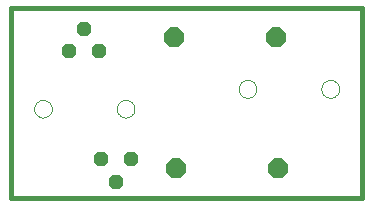
<source format=gko>
G75*
%MOIN*%
%OFA0B0*%
%FSLAX24Y24*%
%IPPOS*%
%LPD*%
%AMOC8*
5,1,8,0,0,1.08239X$1,22.5*
%
%ADD10C,0.0160*%
%ADD11C,0.0000*%
%ADD12OC8,0.0480*%
%ADD13OC8,0.0660*%
D10*
X001432Y000382D02*
X001432Y006721D01*
X013125Y006721D01*
X013125Y000382D01*
X001432Y000382D01*
D11*
X002192Y003347D02*
X002194Y003381D01*
X002200Y003415D01*
X002210Y003448D01*
X002223Y003479D01*
X002241Y003509D01*
X002261Y003537D01*
X002285Y003562D01*
X002311Y003584D01*
X002339Y003602D01*
X002370Y003618D01*
X002402Y003630D01*
X002436Y003638D01*
X002470Y003642D01*
X002504Y003642D01*
X002538Y003638D01*
X002572Y003630D01*
X002604Y003618D01*
X002634Y003602D01*
X002663Y003584D01*
X002689Y003562D01*
X002713Y003537D01*
X002733Y003509D01*
X002751Y003479D01*
X002764Y003448D01*
X002774Y003415D01*
X002780Y003381D01*
X002782Y003347D01*
X002780Y003313D01*
X002774Y003279D01*
X002764Y003246D01*
X002751Y003215D01*
X002733Y003185D01*
X002713Y003157D01*
X002689Y003132D01*
X002663Y003110D01*
X002635Y003092D01*
X002604Y003076D01*
X002572Y003064D01*
X002538Y003056D01*
X002504Y003052D01*
X002470Y003052D01*
X002436Y003056D01*
X002402Y003064D01*
X002370Y003076D01*
X002339Y003092D01*
X002311Y003110D01*
X002285Y003132D01*
X002261Y003157D01*
X002241Y003185D01*
X002223Y003215D01*
X002210Y003246D01*
X002200Y003279D01*
X002194Y003313D01*
X002192Y003347D01*
X004948Y003347D02*
X004950Y003381D01*
X004956Y003415D01*
X004966Y003448D01*
X004979Y003479D01*
X004997Y003509D01*
X005017Y003537D01*
X005041Y003562D01*
X005067Y003584D01*
X005095Y003602D01*
X005126Y003618D01*
X005158Y003630D01*
X005192Y003638D01*
X005226Y003642D01*
X005260Y003642D01*
X005294Y003638D01*
X005328Y003630D01*
X005360Y003618D01*
X005390Y003602D01*
X005419Y003584D01*
X005445Y003562D01*
X005469Y003537D01*
X005489Y003509D01*
X005507Y003479D01*
X005520Y003448D01*
X005530Y003415D01*
X005536Y003381D01*
X005538Y003347D01*
X005536Y003313D01*
X005530Y003279D01*
X005520Y003246D01*
X005507Y003215D01*
X005489Y003185D01*
X005469Y003157D01*
X005445Y003132D01*
X005419Y003110D01*
X005391Y003092D01*
X005360Y003076D01*
X005328Y003064D01*
X005294Y003056D01*
X005260Y003052D01*
X005226Y003052D01*
X005192Y003056D01*
X005158Y003064D01*
X005126Y003076D01*
X005095Y003092D01*
X005067Y003110D01*
X005041Y003132D01*
X005017Y003157D01*
X004997Y003185D01*
X004979Y003215D01*
X004966Y003246D01*
X004956Y003279D01*
X004950Y003313D01*
X004948Y003347D01*
X009011Y004008D02*
X009013Y004042D01*
X009019Y004076D01*
X009029Y004109D01*
X009042Y004140D01*
X009060Y004170D01*
X009080Y004198D01*
X009104Y004223D01*
X009130Y004245D01*
X009158Y004263D01*
X009189Y004279D01*
X009221Y004291D01*
X009255Y004299D01*
X009289Y004303D01*
X009323Y004303D01*
X009357Y004299D01*
X009391Y004291D01*
X009423Y004279D01*
X009453Y004263D01*
X009482Y004245D01*
X009508Y004223D01*
X009532Y004198D01*
X009552Y004170D01*
X009570Y004140D01*
X009583Y004109D01*
X009593Y004076D01*
X009599Y004042D01*
X009601Y004008D01*
X009599Y003974D01*
X009593Y003940D01*
X009583Y003907D01*
X009570Y003876D01*
X009552Y003846D01*
X009532Y003818D01*
X009508Y003793D01*
X009482Y003771D01*
X009454Y003753D01*
X009423Y003737D01*
X009391Y003725D01*
X009357Y003717D01*
X009323Y003713D01*
X009289Y003713D01*
X009255Y003717D01*
X009221Y003725D01*
X009189Y003737D01*
X009158Y003753D01*
X009130Y003771D01*
X009104Y003793D01*
X009080Y003818D01*
X009060Y003846D01*
X009042Y003876D01*
X009029Y003907D01*
X009019Y003940D01*
X009013Y003974D01*
X009011Y004008D01*
X011767Y004008D02*
X011769Y004042D01*
X011775Y004076D01*
X011785Y004109D01*
X011798Y004140D01*
X011816Y004170D01*
X011836Y004198D01*
X011860Y004223D01*
X011886Y004245D01*
X011914Y004263D01*
X011945Y004279D01*
X011977Y004291D01*
X012011Y004299D01*
X012045Y004303D01*
X012079Y004303D01*
X012113Y004299D01*
X012147Y004291D01*
X012179Y004279D01*
X012209Y004263D01*
X012238Y004245D01*
X012264Y004223D01*
X012288Y004198D01*
X012308Y004170D01*
X012326Y004140D01*
X012339Y004109D01*
X012349Y004076D01*
X012355Y004042D01*
X012357Y004008D01*
X012355Y003974D01*
X012349Y003940D01*
X012339Y003907D01*
X012326Y003876D01*
X012308Y003846D01*
X012288Y003818D01*
X012264Y003793D01*
X012238Y003771D01*
X012210Y003753D01*
X012179Y003737D01*
X012147Y003725D01*
X012113Y003717D01*
X012079Y003713D01*
X012045Y003713D01*
X012011Y003717D01*
X011977Y003725D01*
X011945Y003737D01*
X011914Y003753D01*
X011886Y003771D01*
X011860Y003793D01*
X011836Y003818D01*
X011816Y003846D01*
X011798Y003876D01*
X011785Y003907D01*
X011775Y003940D01*
X011769Y003974D01*
X011767Y004008D01*
D12*
X005412Y001670D03*
X004412Y001670D03*
X004912Y000920D03*
X004349Y005264D03*
X003349Y005264D03*
X003849Y006014D03*
D13*
X006858Y005737D03*
X010258Y005737D03*
X010337Y001367D03*
X006937Y001367D03*
M02*

</source>
